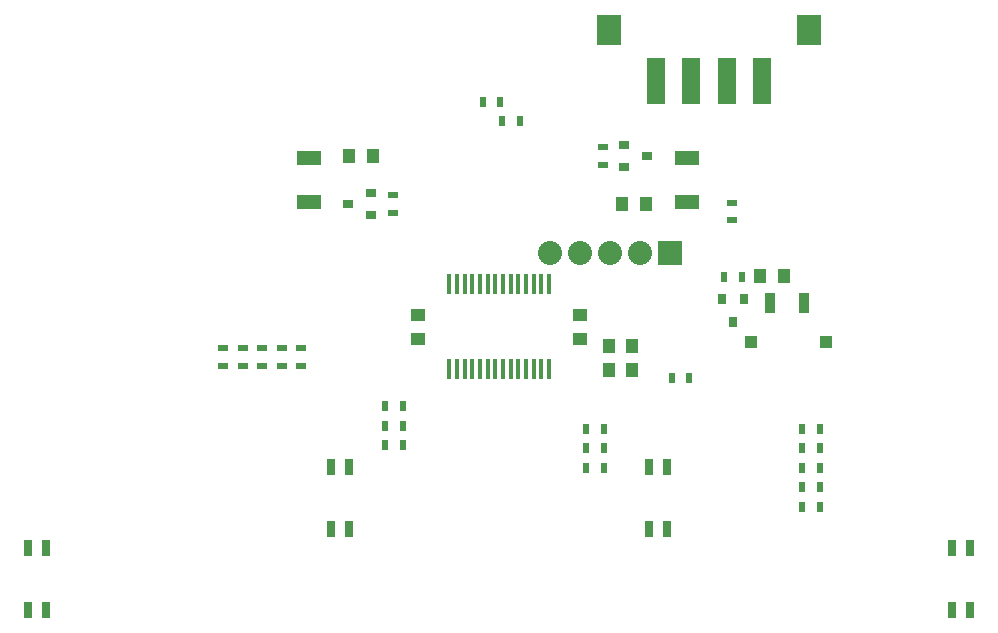
<source format=gbp>
G04 #@! TF.FileFunction,Paste,Bot*
%FSLAX46Y46*%
G04 Gerber Fmt 4.6, Leading zero omitted, Abs format (unit mm)*
G04 Created by KiCad (PCBNEW 4.0.7) date 06/20/18 18:14:49*
%MOMM*%
%LPD*%
G01*
G04 APERTURE LIST*
%ADD10C,0.100000*%
%ADD11R,1.250000X1.000000*%
%ADD12R,1.000000X1.250000*%
%ADD13R,1.600000X4.000000*%
%ADD14R,2.000000X2.600000*%
%ADD15R,0.800000X0.900000*%
%ADD16R,0.900000X0.800000*%
%ADD17R,0.500000X0.900000*%
%ADD18R,0.900000X0.500000*%
%ADD19R,0.450000X1.750000*%
%ADD20R,1.016000X1.016000*%
%ADD21R,2.006600X1.244600*%
%ADD22R,0.900000X1.700000*%
%ADD23R,0.800000X1.400000*%
%ADD24C,2.032000*%
%ADD25R,2.032000X2.032000*%
G04 APERTURE END LIST*
D10*
D11*
X145542000Y-64786000D03*
X145542000Y-66786000D03*
D12*
X161687000Y-69469000D03*
X163687000Y-69469000D03*
D11*
X159258000Y-64786000D03*
X159258000Y-66786000D03*
D12*
X161687000Y-67437000D03*
X163687000Y-67437000D03*
X176514000Y-61468000D03*
X174514000Y-61468000D03*
X164830000Y-55372000D03*
X162830000Y-55372000D03*
X139716000Y-51308000D03*
X141716000Y-51308000D03*
D13*
X165680000Y-44981000D03*
X168680000Y-44981000D03*
X171680000Y-44981000D03*
X174680000Y-44981000D03*
D14*
X178680000Y-40631000D03*
X161680000Y-40631000D03*
D15*
X171262000Y-63389000D03*
X173162000Y-63389000D03*
X172212000Y-65389000D03*
D16*
X141589000Y-54422000D03*
X141589000Y-56322000D03*
X139589000Y-55372000D03*
X162957000Y-52258000D03*
X162957000Y-50358000D03*
X164957000Y-51308000D03*
D17*
X168517000Y-70104000D03*
X167017000Y-70104000D03*
X154166000Y-48387000D03*
X152666000Y-48387000D03*
X152515000Y-46736000D03*
X151015000Y-46736000D03*
X171462000Y-61595000D03*
X172962000Y-61595000D03*
D18*
X143383000Y-54622000D03*
X143383000Y-56122000D03*
X161163000Y-52058000D03*
X161163000Y-50558000D03*
X133985000Y-69076000D03*
X133985000Y-67576000D03*
X132334000Y-69076000D03*
X132334000Y-67576000D03*
X130683000Y-69076000D03*
X130683000Y-67576000D03*
D17*
X142760000Y-75819000D03*
X144260000Y-75819000D03*
X142760000Y-74168000D03*
X144260000Y-74168000D03*
X142760000Y-72517000D03*
X144260000Y-72517000D03*
X161278000Y-74422000D03*
X159778000Y-74422000D03*
X161278000Y-76073000D03*
X159778000Y-76073000D03*
X161278000Y-77724000D03*
X159778000Y-77724000D03*
X179566000Y-76073000D03*
X178066000Y-76073000D03*
X179566000Y-77724000D03*
X178066000Y-77724000D03*
X179566000Y-79375000D03*
X178066000Y-79375000D03*
D19*
X156625000Y-69386000D03*
X155975000Y-69386000D03*
X155325000Y-69386000D03*
X154675000Y-69386000D03*
X154025000Y-69386000D03*
X153375000Y-69386000D03*
X152725000Y-69386000D03*
X152075000Y-69386000D03*
X151425000Y-69386000D03*
X150775000Y-69386000D03*
X150125000Y-69386000D03*
X149475000Y-69386000D03*
X148825000Y-69386000D03*
X148175000Y-69386000D03*
X148175000Y-62186000D03*
X148825000Y-62186000D03*
X149475000Y-62186000D03*
X150125000Y-62186000D03*
X150775000Y-62186000D03*
X151425000Y-62186000D03*
X152075000Y-62186000D03*
X152725000Y-62186000D03*
X153375000Y-62186000D03*
X154025000Y-62186000D03*
X154675000Y-62186000D03*
X155325000Y-62186000D03*
X155975000Y-62186000D03*
X156625000Y-62186000D03*
D20*
X173736000Y-67056000D03*
X180086000Y-67056000D03*
D21*
X136271000Y-51473100D03*
X136271000Y-55206900D03*
X168275000Y-55206900D03*
X168275000Y-51473100D03*
D22*
X175334000Y-63754000D03*
X178234000Y-63754000D03*
D18*
X135636000Y-69076000D03*
X135636000Y-67576000D03*
D17*
X179566000Y-81026000D03*
X178066000Y-81026000D03*
D18*
X129032000Y-69076000D03*
X129032000Y-67576000D03*
D17*
X179566000Y-74422000D03*
X178066000Y-74422000D03*
D18*
X172085000Y-56757000D03*
X172085000Y-55257000D03*
D23*
X192241000Y-84522000D03*
X192241000Y-89722000D03*
X190791000Y-89722000D03*
X190791000Y-84522000D03*
X166587000Y-77664000D03*
X166587000Y-82864000D03*
X165137000Y-82864000D03*
X165137000Y-77664000D03*
X139663000Y-77664000D03*
X139663000Y-82864000D03*
X138213000Y-82864000D03*
X138213000Y-77664000D03*
X114009000Y-84522000D03*
X114009000Y-89722000D03*
X112559000Y-89722000D03*
X112559000Y-84522000D03*
D24*
X164338000Y-59563000D03*
X161798000Y-59563000D03*
X159258000Y-59563000D03*
X156718000Y-59563000D03*
D25*
X166878000Y-59563000D03*
M02*

</source>
